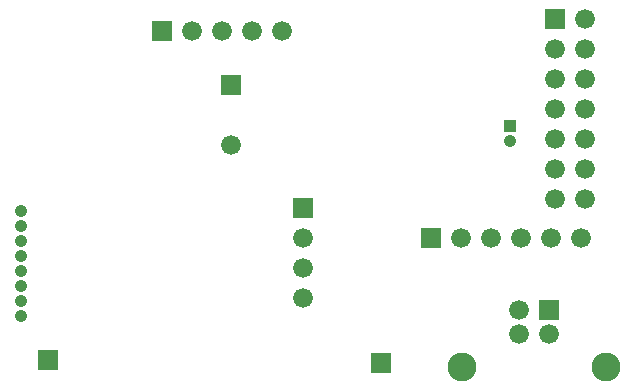
<source format=gbr>
G04 start of page 5 for group -4062 idx -4062
G04 Title: (unknown), soldermask *
G04 Creator: pcb 20070208 *
G04 CreationDate: Fri Aug 31 23:19:37 2007 UTC *
G04 For: sean *
G04 Format: Gerber/RS-274X *
G04 PCB-Dimensions: 250000 150000 *
G04 PCB-Coordinate-Origin: lower left *
%MOIN*%
%FSLAX24Y24*%
%LNBACKMASK*%
%ADD32R,0.0660X0.0660*%
%ADD33C,0.0420*%
%ADD34C,0.0660*%
%ADD35R,0.0420X0.0420*%
%ADD36C,0.0960*%
G54D32*X3250Y1900D03*
G54D33*X2350Y6850D03*
Y6350D03*
Y5850D03*
Y5350D03*
Y4850D03*
Y4350D03*
Y3850D03*
Y3350D03*
G54D34*X20150Y11250D03*
X21150D03*
X20150Y10250D03*
X21150D03*
G54D32*X9350Y11050D03*
X20150Y13250D03*
G54D34*X21150D03*
X20150Y12250D03*
X21150D03*
X10050Y12850D03*
X11050D03*
X20150Y9250D03*
X9350Y9050D03*
G54D33*X18650Y9200D03*
G54D35*Y9700D03*
G54D34*X21150Y8250D03*
Y7250D03*
G54D32*X7050Y12850D03*
G54D34*X8050D03*
X9050D03*
X21150Y9250D03*
X20150Y8250D03*
Y7250D03*
G54D32*X14350Y1800D03*
G54D34*X11750Y5950D03*
Y4950D03*
Y3950D03*
G54D32*X19950Y3550D03*
G54D34*Y2750D03*
X18950Y3550D03*
Y2750D03*
G54D36*X17050Y1650D03*
X21850D03*
G54D32*X11750Y6950D03*
X16000Y5950D03*
G54D34*X17000D03*
X18000D03*
X19000D03*
X20000D03*
X21000D03*
M02*

</source>
